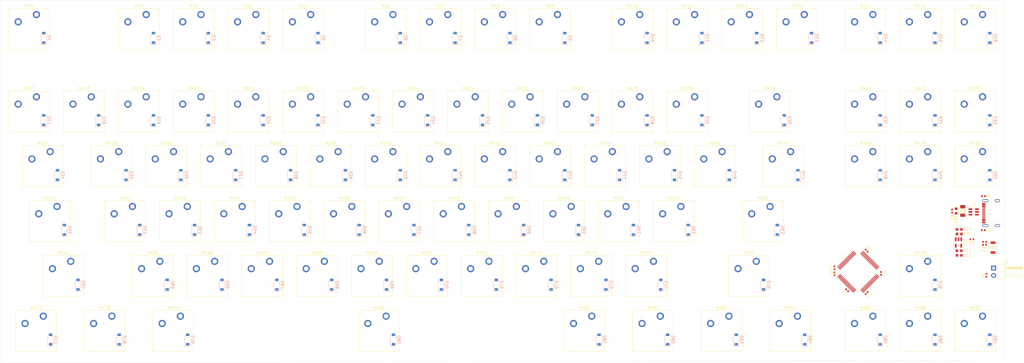
<source format=kicad_pcb>
(kicad_pcb (version 20240108) (generator "pcbnew") (generator_version "8.0")
  (layers (0 "F.Cu" signal) (1 "In1.Cu" signal) (2 "In2.Cu" signal) (31 "B.Cu" signal) (34 "B.Paste" user) (35 "F.Paste" user) (36 "B.SilkS" user "B.Silkscreen") (37 "F.SilkS" user "F.Silkscreen") (38 "B.Mask" user) (39 "F.Mask" user) (44 "Edge.Cuts" user))
  (net 0 "")
  (net 1 "+3V3")
  (net 2 "GND")
  (net 3 "Net-(D1-A)")
  (net 4 "NRST")
  (net 5 "Net-(D2-A)")
  (net 6 "COL1")
  (net 7 "ROW2")
  (net 8 "Net-(D3-A)")
  (net 9 "Net-(D4-A)")
  (net 10 "ROW3")
  (net 11 "ROW4")
  (net 12 "Net-(D5-A)")
  (net 13 "ROW5")
  (net 14 "Net-(D6-A)")
  (net 15 "ROW6")
  (net 16 "Net-(D7-A)")
  (net 17 "Net-(D8-A)")
  (net 18 "BOOT0")
  (net 19 "Net-(D9-A)")
  (net 20 "COL2")
  (net 21 "COL3")
  (net 22 "Net-(D10-A)")
  (net 23 "COL4")
  (net 24 "Net-(D11-A)")
  (net 25 "Net-(D12-A)")
  (net 26 "COL5")
  (net 27 "COL6")
  (net 28 "Net-(D13-A)")
  (net 29 "COL7")
  (net 30 "Net-(D14-A)")
  (net 31 "COL8")
  (net 32 "Net-(D15-A)")
  (net 33 "COL9")
  (net 34 "Net-(D16-A)")
  (net 35 "COL10")
  (net 36 "Net-(D17-A)")
  (net 37 "Net-(D18-A)")
  (net 38 "COL11")
  (net 39 "Net-(D19-A)")
  (net 40 "COL12")
  (net 41 "Net-(D20-A)")
  (net 42 "COL13")
  (net 43 "COL14")
  (net 44 "Net-(D21-A)")
  (net 45 "Net-(D22-A)")
  (net 46 "COL15")
  (net 47 "COL16")
  (net 48 "Net-(D23-A)")
  (net 49 "USB_P")
  (net 50 "Net-(D24-A)")
  (net 51 "SWCLK")
  (net 52 "Net-(D25-A)")
  (net 53 "Net-(D26-A)")
  (net 54 "USB_N")
  (net 55 "Net-(D27-A)")
  (net 56 "SWDIO")
  (net 57 "Net-(D28-A)")
  (net 58 "Net-(D29-A)")
  (net 59 "Net-(D30-A)")
  (net 60 "Net-(D31-A)")
  (net 61 "Net-(D32-A)")
  (net 62 "Net-(D33-A)")
  (net 63 "Net-(D34-A)")
  (net 64 "Net-(D35-A)")
  (net 65 "Net-(D36-A)")
  (net 66 "Net-(D37-A)")
  (net 67 "Net-(D38-A)")
  (net 68 "Net-(D39-A)")
  (net 69 "Net-(D40-A)")
  (net 70 "Net-(D41-A)")
  (net 71 "Net-(D42-A)")
  (net 72 "Net-(D43-A)")
  (net 73 "Net-(D44-A)")
  (net 74 "Net-(D45-A)")
  (net 75 "Net-(D46-A)")
  (net 76 "Net-(D47-A)")
  (net 77 "Net-(D48-A)")
  (net 78 "Net-(D49-A)")
  (net 79 "Net-(D50-A)")
  (net 80 "Net-(D51-A)")
  (net 81 "Net-(D52-A)")
  (net 82 "Net-(D53-A)")
  (net 83 "Net-(D54-A)")
  (net 84 "Net-(D55-A)")
  (net 85 "Net-(D56-A)")
  (net 86 "Net-(D57-A)")
  (net 87 "Net-(D58-A)")
  (net 88 "Net-(D59-A)")
  (net 89 "Net-(D60-A)")
  (net 90 "Net-(D61-A)")
  (net 91 "Net-(D62-A)")
  (net 92 "Net-(D63-A)")
  (net 93 "Net-(D64-A)")
  (net 94 "Net-(D65-A)")
  (net 95 "Net-(D66-A)")
  (net 96 "Net-(D67-A)")
  (net 97 "Net-(D68-A)")
  (net 98 "Net-(D69-A)")
  (net 99 "Net-(D70-A)")
  (net 100 "Net-(D71-A)")
  (net 101 "Net-(D72-A)")
  (net 102 "Net-(D73-A)")
  (net 103 "Net-(D74-A)")
  (net 104 "Net-(D75-A)")
  (net 105 "Net-(D76-A)")
  (net 106 "Net-(D77-A)")
  (net 107 "Net-(D78-A)")
  (net 108 "Net-(D79-A)")
  (net 109 "Net-(D80-A)")
  (net 110 "Net-(D81-A)")
  (net 111 "Net-(D82-A)")
  (net 112 "Net-(D83-A)")
  (net 113 "Net-(D84-A)")
  (net 114 "Net-(D85-A)")
  (net 115 "Net-(D86-A)")
  (net 116 "Net-(D87-A)")
  (net 166 "+5V")
  (net 167 "Net-(J1-CC1)")
  (net 168 "Net-(J1-CC2)")
  (net 169 "Net-(D88-K)")
  (net 170 "Net-(U3-CE)")
  (footprint "PCM_Switch_Keyboard_Cherry_MX:SW_Cherry_MX_PCB_1.00u" (layer "F.Cu") (at 344.5625 77.625)
    (property "Reference" "MX49")
    (property "Value" "End")
  )
  (footprint "PCM_Switch_Keyboard_Cherry_MX:SW_Cherry_MX_PCB_1.00u" (layer "F.Cu") (at 325.5125 58.575)
    (property "Reference" "MX31")
    (property "Value" "Insert")
  )
  (footprint "PCM_Switch_Keyboard_Cherry_MX:SW_Cherry_MX_PCB_1.00u" (layer "F.Cu") (at 192.1625 115.725)
    (property "Reference" "MX71")
    (property "Value" "M")
  )
  (footprint "PCM_Switch_Keyboard_Cherry_MX:SW_Cherry_MX_PCB_2.00u" (layer "F.Cu") (at 292.175 58.575)
    (property "Reference" "MX30")
    (property "Value" "Backspace")
  )
  (footprint "Capacitor_SMD:C_0603_1608Metric" (layer "F.Cu") (at 358.045 101.155 180)
    (property "Reference" "C9")
    (property "Value" "1u")
  )
  (footprint "PCM_Switch_Keyboard_Cherry_MX:SW_Cherry_MX_PCB_1.00u" (layer "F.Cu") (at 77.8625 115.725)
    (property "Reference" "MX65")
    (property "Value" "Z")
  )
  (footprint "Connector_USB:USB_C_Receptacle_GCT_USB4105-xx-A_16P_TopMnt_Horizontal" (layer "F.Cu") (at 370.25 93.9 90)
    (property "Reference" "J1")
    (property "Value" "USB_C_Receptacle_USB2.0_14P")
  )
  (footprint "Capacitor_SMD:C_0402_1005Metric" (layer "F.Cu") (at 314.7 114.98 90)
    (property "Reference" "C2")
    (property "Value" "100n")
  )
  (footprint "Capacitor_SMD:C_0402_1005Metric" (layer "F.Cu") (at 319.1 120.7 135)
    (property "Reference" "C4")
    (property "Value" "100n")
  )
  (footprint "Package_TO_SOT_SMD:SOT-23-5" (layer "F.Cu") (at 357.8 104.1 -90)
    (property "Reference" "U3")
    (property "Value" "XC6220B331MR")
  )
  (footprint "PCM_marbastlib-mx:STAB_MX_6.25u" (layer "F.Cu") (at 156.44375 134.775 180)
    (property "Reference" "REF**" (hide yes))
    (property "Value" "STAB_MX_6.25u")
  )
  (footprint "PCM_Switch_Keyboard_Cherry_MX:SW_Cherry_MX_PCB_1.75u" (layer "F.Cu") (at 42.14375 96.675)
    (property "Reference" "MX51")
    (property "Value" "CapsLock")
  )
  (footprint "Capacitor_SMD:C_0603_1608Metric" (layer "F.Cu") (at 358.045 108.555 180)
    (property "Reference" "C12")
    (property "Value" "100n")
  )
  (footprint "PCM_Switch_Keyboard_Cherry_MX:SW_Cherry_MX_PCB_1.00u" (layer "F.Cu") (at 82.625 77.625)
    (property "Reference" "MX36")
    (property "Value" "W")
  )
  (footprint "PCM_Switch_Keyboard_Cherry_MX:SW_Cherry_MX_PCB_1.00u" (layer "F.Cu") (at 363.6125 58.575)
    (property "Reference" "MX33")
    (property "Value" "PgUp")
  )
  (footprint "Resistor_SMD:R_0402_1005Metric" (layer "F.Cu") (at 367.5 115.5 90)
    (property "Reference" "R2")
    (property "Value" "10K")
  )
  (footprint "PCM_Switch_Keyboard_Cherry_MX:SW_Cherry_MX_PCB_1.00u" (layer "F.Cu") (at 273.125 77.625)
    (property "Reference" "MX46")
    (property "Value" "]")
  )
  (footprint "PCM_Switch_Keyboard_Cherry_MX:SW_Cherry_MX_PCB_1.00u" (layer "F.Cu") (at 39.7625 77.625)
    (property "Reference" "MX34")
    (property "Value" "Tab")
  )
  (footprint "PCM_Switch_Keyboard_Cherry_MX:SW_Cherry_MX_PCB_1.00u" (layer "F.Cu") (at 54.05 58.575)
    (property "Reference" "MX18")
    (property "Value" "1")
  )
  (footprint "PCM_Switch_Keyboard_Cherry_MX:SW_Cherry_MX_PCB_1.00u" (layer "F.Cu") (at 173.1125 115.725)
    (property "Reference" "MX70")
    (property "Value" "N")
  )
  (footprint "Resistor_SMD:R_0402_1005Metric" (layer "F.Cu") (at 362.445 102.955 180)
    (property "Reference" "R5")
    (property "Value" "10K")
  )
  (footprint "PCM_Switch_Keyboard_Cherry_MX:SW_Cherry_MX_PCB_1.50u" (layer "F.Cu") (at 296.9375 77.625)
    (property "Reference" "MX47")
    (property "Value" "\\")
  )
  (footprint "PCM_Switch_Keyboard_Cherry_MX:SW_Cherry_MX_PCB_1.00u" (layer "F.Cu") (at 263.6 58.575)
    (property "Reference" "MX29")
    (property "Value" "=")
  )
  (footprint "PCM_Switch_Keyboard_Cherry_MX:SW_Cherry_MX_PCB_1.00u" (layer "F.Cu") (at 206.45 58.575)
    (property "Reference" "MX26")
    (property "Value" "9")
  )
  (footprint "PCM_Switch_Keyboard_Cherry_MX:SW_Cherry_MX_PCB_1.00u" (layer "F.Cu") (at 244.55 58.575)
    (property "Reference" "MX28")
    (property "Value" "-")
  )
  (footprint "PCM_Switch_Keyboard_Cherry_MX:SW_Cherry_MX_PCB_1.25u" (layer "F.Cu") (at 227.88125 134.775)
    (property "Reference" "MX81")
    (property "Value" "AltR")
  )
  (footprint "PCM_Switch_Keyboard_Cherry_MX:SW_Cherry_MX_PCB_1.00u" (layer "F.Cu") (at 125.4875 96.675)
    (property "Reference" "MX55")
    (property "Value" "F")
  )
  (footprint "Capacitor_SMD:C_0402_1005Metric" (layer "F.Cu") (at 325.9 121.7 -135)
    (property "Reference" "C3")
    (property "Value" "100n")
  )
  (footprint "PCM_Switch_Keyboard_Cherry_MX:SW_Cherry_MX_PCB_2.25u" (layer "F.Cu") (at 46.90625 115.725)
    (property "Reference" "MX64")
    (property "Value" "Shift")
  )
  (footprint "PCM_Switch_Keyboard_Cherry_MX:SW_Cherry_MX_PCB_1.00u" (layer "F.Cu") (at 301.7 30)
    (property "Reference" "MX13")
    (property "Value" "F12")
  )
  (footprint "PCM_Switch_Keyboard_Cherry_MX:SW_Cherry_MX_PCB_1.00u" (layer "F.Cu") (at 92.15 30)
    (property "Reference" "MX3")
    (property "Value" "F2")
  )
  (footprint "Button_Switch_SMD:SW_SPST_B3U-1000P" (layer "F.Cu") (at 369.8 105.88 90)
    (property "Reference" "SW1")
    (property "Value" "RST")
  )
  (footprint "PCM_Switch_Keyboard_Cherry_MX:SW_Cherry_MX_PCB_1.00u" (layer "F.Cu") (at 130.25 58.575)
    (property "Reference" "MX22")
    (property "Value" "5")
  )
  (footprint "PCM_Switch_Keyboard_Cherry_MX:SW_Cherry_MX_PCB_1.00u" (layer "F.Cu") (at 344.5625 115.725)
    (property "Reference" "MX76")
    (property "Value" "ArrowUp")
  )
  (footprint "PCM_Switch_Keyboard_Cherry_MX:SW_Cherry_MX_PCB_1.00u" (layer "F.Cu") (at 325.5125 77.625)
    (property "Reference" "MX48")
    (property "Value" "Delete")
  )
  (footprint "PCM_Switch_Keyboard_Cherry_MX:SW_Cherry_MX_PCB_1.00u" (layer "F.Cu") (at 363.6125 134.775)
    (property "Reference" "MX87")
    (property "Value" "ArrowR")
  )
  (footprint "PCM_Switch_Keyboard_Cherry_MX:SW_Cherry_MX_PCB_2.75u" (layer "F.Cu") (at 285.03125 115.725)
    (property "Reference" "MX75")
    (property "Value" "ShiftR")
  )
  (footprint "PCM_Switch_Keyboard_Cherry_MX:SW_Cherry_MX_PCB_1.00u" (layer "F.Cu") (at 68.3375 96.675)
    (property "Reference" "MX52")
    (property "Value" "A")
  )
  (footprint "PCM_Switch_Keyboard_Cherry_MX:SW_Cherry_MX_PCB_1.00u" (layer "F.Cu") (at 154.0625 115.725)
    (property "Reference" "MX69")
    (property "Value" "B")
  )
  (footprint "PCM_Switch_Keyboard_Cherry_MX:SW_Cherry_MX_PCB_1.00u" (layer "F.Cu") (at 63.575 77.625)
    (property "Reference" "MX35")
    (property "Value" "Q")
  )
  (footprint "PCM_Switch_Keyboard_Cherry_MX:SW_Cherry_MX_PCB_1.00u" (layer "F.Cu") (at 196.925 30)
    (property "Reference" "MX8")
    (property "Value" "F7")
  )
  (footprint "PCM_Switch_Keyboard_Cherry_MX:SW_Cherry_MX_PCB_1.00u" (layer "F.Cu") (at 344.5625 58.575)
    (property "Reference" "MX32")
    (property "Value" "Home")
  )
  (footprint "PCM_Switch_Keyboard_Cherry_MX:SW_Cherry_MX_PCB_1.00u" (layer "F.Cu") (at 139.775 77.625)
    (property "Reference" "MX39")
    (property "Value" "T")
  )
  (footprint "Capacitor_SMD:C_1206_3216Metric" (layer "F.Cu") (at 359.28 93.145001 90)
    (property "Reference" "C8")
    (property "Value" "10u")
  )
  (footprint "PCM_Switch_Keyboard_Cherry_MX:SW_Cherry_MX_PCB_1.00u" (layer "F.Cu") (at 344.5625 30)
    (property "Reference" "MX15")
    (property "Value" "ScrollLOCK")
  )
  (footprint "Capacitor_SMD:C_0402_1005Metric" (layer "F.Cu") (at 330.9 114.82 90)
    (property "Reference" "C6")
    (property "Value" "100n")
  )
  (footprint "Resistor_SMD:R_0402_1005Metric" (layer "F.Cu") (at 355.58 93.17 90)
    (property "Reference" "R6")
    (property "Value" "510R")
  )
  (footprint "PCM_Switch_Keyboard_Cherry_MX:SW_Cherry_MX_PCB_1.00u" (layer "F.Cu") (at 158.825 77.625)
    (property "Reference" "MX40")
    (property "Value" "Y")
  )
  (footprint "PCM_Switch_Keyboard_Cherry_MX:SW_Cherry_MX_PCB_6.25u" (layer "F.Cu") (at 156.44375 134.775)
    (property "Reference" "MX80")
    (property "Value" "Space")
  )
  (footprint "Capacitor_SMD:C_0402_1005Metric" (layer "F.Cu") (at 367.4 104.38 -90)
    (property "Reference" "C7")
    (property "Value" "100n")
  )
  (footprint "PCM_Switch_Keyboard_Cherry_MX:SW_Cherry_MX_PCB_1.00u" (layer "F.Cu") (at 149.3 58.575)
    (property "Reference" "MX23")
    (property "Value" "6")
  )
  (footprint "PCM_Switch_Keyboard_Cherry_MX:SW_Cherry_MX_PCB_1.00u" (layer "F.Cu") (at 215.975 30)
    (property "Reference" "MX9")
    (property "Value" "F8")
  )
  (footprint "PCM_Switch_Keyboard_Cherry_MX:SW_Cherry_MX_PCB_1.00u" (layer "F.Cu") (at 211.2125 115.725)
    (property "Reference" "MX72")
    (property "Value" ",")
  )
  (footprint "PCM_Switch_Keyboard_Cherry_MX:SW_Cherry_MX_PCB_1.00u" (layer "F.Cu") (at 325.5125 30)
    (property "Reference" "MX14")
    (property "Value" "PRNSC")
  )
  (footprint "PCM_marbastlib-mx:STAB_MX_2.75u" (layer "F.Cu") (at 285.03125 115.725 180)
    (property "Reference" "REF**" (hide yes))
    (property "Value" "STAB_MX_2.75u")
  )
  (footprint "PCM_Switch_Keyboard_Cherry_MX:SW_Cherry_MX_PCB_1.00u" (layer "F.Cu") (at 258.8375 96.675)
    (property "Reference" "MX62")
    (property "Value" "''")
  )
  (footprint "PCM_Switch_Keyboard_Cherry_MX:SW_Cherry_MX_PCB_1.00u" (layer "F.Cu") (at 92.15 58.575)
    (property "Reference" "MX20")
    (property "Value" "3")
  )
  (footprint "PCM_Switch_Keyboard_Cherry_MX:SW_Cherry_MX_PCB_1.00u" (layer "F.Cu") (at 177.875 30)
    (property "Reference" "MX7")
    (property "Value" "F6")
  )
  (footprint "PCM_Switch_Keyboard_Cherry_MX:SW_Cherry_MX_PCB_1.00u" (layer "F.Cu") (at 201.6875 96.675)
    (property "Reference" "MX59")
    (property "Value" "K")
  )
  (footprint "PCM_Switch_Keyboard_Cherry_MX:SW_Cherry_MX_PCB_1.25u" (layer "F.Cu") (at 37.38125 134.775)
    (property "Reference" "MX77")
    (property "Value" "CtrlL")
  )
  (footprint "PCM_Switch_Keyboard_Cherry_MX:SW_Cherry_MX_PCB_1.00u" (layer "F.Cu") (at 282.65 30)
    (property "Reference" "MX12")
    (property "Value" "F11")
  )
  (footprint "Resistor_SMD:R_0402_1005Metric" (layer "F.Cu") (at 366.45 88 180)
    (property "Reference" "R4")
    (property "Value" "5K1")
  )
  (footprint "Resistor_SMD:R_0402_1005Metric" (layer "F.Cu") (at 366.3 104.38 -90)
    (property "Reference" "R1")
    (property "Value" "10K")
  )
  (footprint "PCM_Switch_Keyboard_Cherry_MX:SW_Cherry_MX_PCB_1.00u" (layer "F.Cu") (at 120.725 77.625)
    (property "Reference" "MX38")
    (property "Value" "R")
  )
  (footprint "PCM_Switch_Keyboard_Cherry_MX:SW_Cherry_MX_PCB_1.00u" (layer "F.Cu") (at 168.35 58.575)
    (property "Reference" "MX24")
    (property "Value" "7")
  )
  (footprint "PCM_Switch_Keyboard_Cherry_MX:SW_Cherry_MX_PCB_1.25u" (layer "F.Cu") (at 61.19375 134.775)
    (property "Reference" "MX78")
    (property "Value" "WinL")
  )
  (footprint "Capacitor_SMD:C_0402_1005Metric" (layer "F.Cu") (at 325.9 106.9 -45)
    (property "Reference" "C5")
    (property "Value" "100n")
  )
  (footprint "PCM_Switch_Keyboard_Cherry_MX:SW_Cherry_MX_PCB_1.00u" (layer "F.Cu") (at 254.075 77.625)
    (property "Reference" "MX45")
    (property "Value" "[")
  )
  (footprint "PCM_Switch_Keyboard_Cherry_MX:SW_Cherry_MX_PCB_1.00u" (layer "F.Cu") (at 244.55 30)
    (property "Reference" "MX10")
    (property "Value" "F9")
  )
  (footprint "PCM_Switch_Keyboard_Cherry_MX:SW_Cherry_MX_PCB_1.25u" (layer "F.Cu") (at 85.00625 134.775)
    (property "Reference" "MX79")
    (property "Value" "AltL")
  )
  (footprint "PCM_Switch_Keyboard_Cherry_MX:SW_Cherry_MX_PCB_1.25u" (layer "F.Cu") (at 251.69375 134.775)
    (property "Reference" "MX82")
    (property "Value" "WinR")
  )
  (footprint "PCM_Switch_Keyboard_Cherry_MX:SW_Cherry_MX_PCB_1.00u" (layer "F.Cu") (at 35 30)
    (property "Reference" "MX1")
    (property "Value" "ESC")
  )
  (footprint "PCM_Switch_Keyboard_Cherry_MX:SW_Cherry_MX_PCB_1.00u" (layer "F.Cu") (at 230.2625 115.725)
    (property "Reference" "MX73")
    (property "Value" ".")
  )
  (footprint "PCM_Switch_Keyboard_Cherry_MX:SW_Cherry_MX_PCB_1.00u" (layer "F.Cu") (at 325.5125 134.775)
    (property "Reference" "MX85")
    (property "Value" "ArrowL")
  )
  (footprint "PCM_Switch_Keyboard_Cherry_MX:SW_Cherry_MX_PCB_1.00u" (layer "F.Cu") (at 177.875 77.625)
    (property "Reference" "MX41")
    (property "Value" "U")
  )
  (footprint "PCM_Switch_Keyboard_Cherry_MX:SW_Cherry_MX_PCB_1.00u" (layer "F.Cu") (at 115.9625 115.725)
    (property "Reference" "MX67")
    (property "Value" "C")
  )
  (footprint "PCM_Switch_Keyboard_Cherry_MX:SW_Cherry_MX_PCB_1.00u" (layer "F.Cu") (at 220.7375 96.675)
    (property "Reference" "MX60")
    (property "Value" "L")
  )
  (footprint "PCM_Switch_Keyboard_Cherry_MX:SW_Cherry_MX_PCB_1.00u" (layer "F.Cu") (at 73.1 58.575)
    (property "Reference" "MX19")
    (property "Value" "2")
  )
  (footprint "Capacitor_SMD:C_0402_1005Metric" (layer "F.Cu") (at 314.7 112.9 -90)
    (property "Reference" "C1")
    (property "Value" "100n")
  )
  (footprint "PCM_Switch_Keyboard_Cherry_MX:SW_Cherry_MX_PCB_1.25u" (layer "F.Cu") (at 299.31875 134.775)
    (property "Reference" "MX84")
    (property "Value" "CtrlR")
  )
  (footprint "PCM_Switch_Keyboard_Cherry_MX:SW_Cherry_MX_PCB_1.00u" (layer "F.Cu") (at 239.7875 96.675)
    (property "Reference" "MX61")
    (property "Value" ";")
  )
  (footprint "PCM_Switch_Keyboard_Cherry_MX:SW_Cherry_MX_PCB_1.00u" (layer "F.Cu") (at 344.5625 134.775)
    (property "Reference" "MX86")
    (property "Value" "ArrowDn")
  )
  (footprint "PCM_Switch_Keyboard_Cherry_MX:SW_Cherry_MX_PCB_1.00u" (layer "F.Cu") (at 111.2 30)
    (property "Reference" "MX4")
    (property "Value" "F3")
  )
  (footprint "PCM_Switch_Keyboard_Cherry_MX:SW_Cherry_MX_PCB_1.00u" (layer "F.Cu") (at 363.6125 30)
    (property "Reference" "MX16")
    (property "Value" "Pause")
  )
  (footprint "PCM_Switch_Keyboard_Cherry_MX:SW_Cherry_MX_PCB_1.00u" (layer "F.Cu") (at 111.2 58.575)
    (property "Reference" "MX21")
    (property "Value" "4")
  )
  (footprint "PCM_Switch_Keyboard_Cherry_MX:SW_Cherry_MX_PCB_1.00u" (layer "F.Cu") (at 35 58.575)
    (property "Reference" "MX17")
    (property "Value" "`")
  )
  (footprint "PCM_Switch_Keyboard_Cherry_MX:SW_Cherry_MX_PCB_1.00u" (layer "F.Cu") (at 249.3125 115.725)
    (property "Reference" "MX74")
    (property "Value" "/")
  )
  (footprint "Capacitor_SMD:C_0603_1608Metric" (layer "F.Cu") (at 358.02 106.955 180)
    (property "Reference" "C11")
    (property "Value" "10u")
  )
  (footprint "LED_SMD:LED_0603_1608Metric" (layer "F.Cu") (at 356.98 93.17 -90)
    (property "Reference" "D88")
    (property "Value" "RED")
  )
  (footprint "PCM_marbastlib-mx:STAB_MX_2.25u" (layer "F.Cu") (at 46.90625 115.725 180)
    (property "Reference" "REF**" (hide yes))
    (property "Value" "STAB_MX_2.25u")
  )
  (footprint "PCM_Switch_Keyboard_Cherry_MX:SW_Cherry_MX_PCB_1.00u" (layer "F.Cu") (at 225.5 58.575)
    (property "Reference" "MX27")
    (property "Value" "0")
  )
  (footprint "PCM_Switch_Keyboard_Cherry_MX:SW_Cherry_MX_PCB_1.25u" (layer "F.Cu") (at 275.50625 134.775)
    (property "Reference" "MX83")
    (property "Value" "Menu")
  )
  (footprint "PCM_Switch_Keyboard_Cherry_MX:SW_Cherry_MX_PCB_1.00u" (layer "F.Cu") (at 144.5375 96.675)
    (property "Reference" "MX56")
    (property "Value" "G")
  )
  (footprint "PCM_Switch_Keyboard_Cherry_MX:SW_Cherry_MX_PCB_1.00u" (layer "F.Cu") (at 363.6125 77.625)
    (property "Reference" "MX50")
    (property "Value" "PgDn")
  )
  (footprint "PCM_Switch_Keyboard_Cherry_MX:SW_Cherry_MX_PCB_1.00u" (layer "F.Cu") (at 106.4375 96.675)
    (property "Reference" "MX54")
    (property "Value" "D")
  )
  (footprint "PCM_Switch_Keyboard_Cherry_MX:SW_Cherry_MX_PCB_1.00u" (layer "F.Cu") (at 101.675 77.625)
    (property "Reference" "MX37")
    (property "Value" "E")
  )
  (footprint "Connector_PinHeader_2.54mm:PinHeader_1x02_P2.54mm_Horizontal" (layer "F.Cu") (at 370 113)
    (property "Reference" "J2")
    (property "Value" "BOOT")
  )
  (footprint "PCM_Switch_Keyboard_Cherry_MX:SW_Cherry_MX_PCB_1.00u" (layer "F.Cu") (at 87.3875 96.675)
    (property "Reference" "MX53")
    (property "Value" "S")
  )
  (footprint "Package_QFP:LQFP-64_10x10mm_P0.5mm" (layer "F.Cu") (at 323 114.3 45)
    (property "Reference" "U1")
    (property "Value" "STM32F072RBTx")
  )
  (footprint "PCM_Switch_Keyboard_Cherry_MX:SW_Cherry_MX_PCB_1.00u" (layer "F.Cu") (at 73.1 30)
    (property "Reference" "MX2")
    (property "Value" "F1")
  )
  (footprint "PCM_Switch_Keyboard_Cherry_MX:SW_Cherry_MX_PCB_1.00u" (layer "F.Cu") (at 196.925 77.625)
    (property "Reference" "MX42")
    (property "Value" "I")
  )
  (footprint "PCM_Switch_Keyboard_Cherry_MX:SW_Cherry_MX_PCB_1.00u" (layer "F.Cu") (at 158.825 30)
    (property "Reference" "MX6")
    (property "Value" "F5")
  )
  (footprint "Package_TO_SOT_SMD:SOT-23-6" (layer "F.Cu") (at 363.08 93.47)
    (property "Reference" "U2")
    (property "Value" "USBLC6-2SC6")
  )
  (footprint "PCM_Switch_Keyboard_Cherry_MX:SW_Cherry_MX_PCB_2.25u" (layer "F.Cu") (at 289.79375 96.675)
    (property "Reference" "MX63")
    (property "Value" "Enter")
  )
  (footprint "PCM_Switch_Keyboard_Cherry_MX:SW_Cherry_MX_PCB_1.00u" (layer "F.Cu") (at 235.025 77.625)
    (property "Reference" "MX44")
    (property "Value" "P")
  )
  (footprint "PCM_Switch_Keyboard_Cherry_MX:SW_Cherry_MX_PCB_1.00u" (layer "F.Cu") (at 135.0125 115.725)
    (property "Reference" "MX68")
    (property "Value" "V")
  )
  (footprint "PCM_Switch_Keyboard_Cherry_MX:SW_Cherry_MX_PCB_1.00u" (layer "F.Cu") (at 263.6 30)
    (property "Reference" "MX11")
    (property "Value" "F10")
  )
  (footprint "PCM_Switch_Keyboard_Cherry_MX:SW_Cherry_MX_PCB_1.00u" (layer "F.Cu") (at 163.5875 96.675)
    (property "Reference" "MX57")
    (property "Value" "H")
  )
  (footprint "PCM_Switch_Keyboard_Cherry_MX:SW_Cherry_MX_PCB_1.00u" (layer "F.Cu") (at 187.4 58.575)
    (property "Reference" "MX25")
    (property "Value" "8")
  )
  (footprint "PCM_Switch_Keyboard_Cherry_MX:SW_Cherry_MX_PCB_1.00u" (layer "F.Cu") (at 130.25 30)
    (property "Reference" "MX5")
    (property "Value" "F4")
  )
  (footprint "PCM_Switch_Keyboard_Cherry_MX:SW_Cherry_MX_PCB_1.00u" (layer "F.Cu") (at 215.975 77.625)
    (property "Reference" "MX43")
    (property "Value" "O")
  )
  (footprint "Resistor_SMD:R_0402_1005Metric" (layer "F.Cu") (at 366.4 99.8 180)
    (property "Reference" "R3")
    (property "Value" "5K1")
  )
  (footprint "PCM_Switch_Keyboard_Cherry_MX:SW_Cherry_MX_PCB_1.00u" (layer "F.Cu") (at 182.6375 96.675)
    (property "Reference" "MX58")
    (property "Value" "J")
  )
  (footprint "Capacitor_SMD:C_0603_1608Metric" (layer "F.Cu") (at 358.045 99.555 180)
    (property "Reference" "C10")
    (property "Value" "10n")
  )
  (footprint "PCM_Switch_Keyboard_Cherry_MX:SW_Cherry_MX_PCB_1.00u" (layer "F.Cu") (at 96.9125 115.725)
    (property "Reference" "MX66")
    (property "Value" "X")
  )
  (footprint "Diode_SMD:D_SOD-123" (layer "B.Cu") (at 159.1425 118.755 90)
    (property "Reference" "D69")
    (property "Value" "1n4148")
  )
  (footprint "Diode_SMD:D_SOD-123" (layer "B.Cu") (at 268.68 33.03 90)
    (property "Reference" "D11")
    (property "Value" "1n4148")
  )
  (footprint "Diode_SMD:D_SOD-123" (layer "B.Cu") (at 330.5925 33.03 90)
    (property "Reference" "D14")
    (property "Value" "1n4148")
  )
  (footprint "Diode_SMD:D_SOD-123" (layer "B.Cu") (at 140.0925 118.755 90)
    (property "Reference" "D68")
    (property "Value" "1n4148")
  )
  (footprint "Diode_SMD:D_SOD-123" (layer "B.Cu") (at 297.255 61.605 90)
    (property "Reference" "D30")
    (property "Value" "1n4148")
  )
  (footprint "Diode_SMD:D_SOD-123" (layer "B.Cu") (at 144.855 80.655 90)
    (property "Reference" "D39")
    (property "Value" "1n4148")
  )
  (footprint "Diode_SMD:D_SOD-123" (layer "B.Cu") (at 73.4175 99.705 90)
    (property "Reference" "D52")
    (property "Value" "1n4148")
  )
  (footprint "Diode_SMD:D_SOD-123" (layer "B.Cu") (at 192.48 61.605 90)
    (property "Reference" "D25")
    (property "Value" "1n4148")
  )
  (footprint "Diode_SMD:D_SOD-123" (layer "B.Cu") (at 97.23 61.605 90)
    (property "Reference" "D20")
    (property "Value" "1n4148")
  )
  (footprint "Diode_SMD:D_SOD-123" (layer "B.Cu") (at 349.6425 80.655 90)
    (property "Reference" "D49")
    (property "Value" "1n4148")
  )
  (footprint "Diode_SMD:D_SOD-123" (layer "B.Cu") (at 121.0425 118.755 90)
    (property "Reference" "D67")
    (property "Value" "1n4148")
  )
  (footprint "Diode_SMD:D_SOD-123" (layer "B.Cu") (at 240.105 80.655 90)
    (property "Reference" "D44")
    (property "Value" "1n4148")
  )
  (footprint "Diode_SMD:D_SOD-123" (layer "B.Cu") (at 130.5675 99.705 90)
    (property "Reference" "D55")
    (property "Value" "1n4148")
  )
  (footprint "Diode_SMD:D_SOD-123" (layer "B.Cu") (at 232.96125 137.805 90)
    (property "Reference" "D81")
    (property "Value" "1n4148")
  )
  (footprint "Diode_SMD:D_SOD-123" (layer "B.Cu") (at 173.43 61.605 90)
    (property "Reference" "D24")
    (property "Value" "1n4148")
  )
  (footprint "Diode_SMD:D_SOD-123" (layer "B.Cu") (at 163.905 80.655 90)
    (property "Reference" "D40")
    (property "Value" "1n4148")
  )
  (footprint "Diode_SMD:D_SOD-123" (layer "B.Cu") (at 368.6925 33.03 90)
    (property "Reference" "D16")
    (property "Value" "1n4148")
  )
  (footprint "Diode_SMD:D_SOD-123" (layer "B.Cu") (at 249.63 61.605 90)
    (property "Reference" "D28")
    (property "Value" "1n4148")
  )
  (footprint "Diode_SMD:D_SOD-123" (layer "B.Cu") (at 244.8675 99.705 90)
    (property "Reference" "D61")
    (property "Value" "1n4148")
  )
  (footprint "Diode_SMD:D_SOD-123" (layer "B.Cu") (at 87.705 80.655 90)
    (property "Reference" "D36")
    (property "Value" "1n4148")
  )
  (footprint "Diode_SMD:D_SOD-123" (layer "B.Cu") (at 290.11125 118.755 90)
    (property "Reference" "D75")
    (property "Value" "1n4148")
  )
  (footprint "Diode_SMD:D_SOD-123" (layer "B.Cu") (at 97.23 33.03 90)
    (property "Reference" "D3")
    (property "Value" "1n4148")
  )
  (footprint "Diode_SMD:D_SOD-123" (layer "B.Cu") (at 44.8425 80.655 90)
    (property "Reference" "D34")
    (property "Value" "1n4148")
  )
  (footprint "Diode_SMD:D_SOD-123" (layer "B.Cu") (at 202.005 80.655 90)
    (property "Reference" "D42")
    (property "Value" "1n4148")
  )
  (footprint "Diode_SMD:D_SOD-123" (layer "B.Cu") (at 256.77375 137.805 90)
    (property "Reference" "D82")
    (property "Value" "1n4148")
  )
  (footprint "Diode_SMD:D_SOD-123" (layer "B.Cu") (at 161.52375 137.805 90)
    (property "Reference" "D80")
    (property "Value" "1n4148")
  )
  (footprint "Diode_SMD:D_SOD-123" (layer "B.Cu") (at 349.6425 61.605 90)
    (property "Reference" "D32")
    (property "Value" "1n4148")
  )
  (footprint "Diode_SMD:D_SOD-123" (layer "B.Cu") (at 78.18 61.605 90)
    (property "Reference" "D19")
    (property "Value" "1n4148")
  )
  (footprint "Diode_SMD:D_SOD-123" (layer "B.Cu") (at 82.9425 118.755 90)
    (property "Reference" "D65")
    (property "Value" "1n4148")
  )
  (footprint "Diode_SMD:D_SOD-123" (layer "B.Cu") (at 149.6175 99.705 90)
    (property "Reference" "D56")
    (property "Value" "1n4148")
  )
  (footprint "Diode_SMD:D_SOD-123" (layer "B.Cu") (at 349.6425 33.03 90)
    (property "Reference" "D15")
    (property "Value" "1n4148")
  )
  (footprint "Diode_SMD:D_SOD-123" (layer "B.Cu") (at 263.9175 99.705 90)
    (property "Reference" "D62")
    (property "Value" "1n4148")
  )
  (footprint "Diode_SMD:D_SOD-123" (layer "B.Cu") (at 47.22375 99.705 90)
    (property "Reference" "D51")
    (property "Value" "1n4148")
  )
  (footprint "Diode_SMD:D_SOD-123" (layer "B.Cu") (at 235.3425 118.755 90)
    (property "Reference" "D73")
    (property "Value" "1n4148")
  )
  (footprint "Diode_SMD:D_SOD-123" (layer "B.Cu") (at 287.73 33.03 90)
    (property "Reference" "D12")
    (property "Value" "1n4148")
  )
  (footprint "Diode_SMD:D_SOD-123" (layer "B.Cu") (at 306.78 33.03 90)
    (property "Reference" "D13")
    (property "Value" "1n4148")
  )
  (footprint "Diode_SMD:D_SOD-123" (layer "B.Cu") (at 135.33 61.605 90)
    (property "Reference" "D22")
    (property "Value" "1n4148")
  )
  (footprint "Diode_SMD:D_SOD-123" (layer "B.Cu") (at 197.2425 118.755 90)
    (property "Reference" "D71")
    (property "Value" "1n4148")
  )
  (footprint "Diode_SMD:D_SOD-123" (layer "B.Cu") (at 249.63 33.03 90)
    (property "Reference" "D10")
    (property "Value" "1n4148")
  )
  (footprint "Diode_SMD:D_SOD-123" (layer "B.Cu") (at 330.5925 137.805 90)
    (property "Reference" "D85")
    (property "Value" "1n4148")
  )
  (footprint "Diode_SMD:D_SOD-123" (layer "B.Cu") (at 368.6925 61.605 90)
    (property "Reference" "D33")
    (property "Value" "1n4148")
  )
  (footprint "Diode_SMD:D_SOD-123" (layer "B.Cu") (at 278.205 80.655 90)
    (property "Reference" "D46")
    (property "Value" "1n4148")
  )
  (footprint "Diode_SMD:D_SOD-123" (layer "B.Cu") (at 211.53 61.605 90)
    (property "Reference" "D26")
    (property "Value" "1n4148")
  )
  (footprint "Diode_SMD:D_SOD-123" (layer "B.Cu") (at 259.155 80.655 90)
    (property "Reference" "D45")
    (property "Value" "1n4148")
  )
  (footprint "Diode_SMD:D_SOD-123" (layer "B.Cu") (at 202.005 33.03 90)
    (property "Reference" "D8")
    (property "Value" "1n4148")
  )
  (footprint "Diode_SMD:D_SOD-123" (layer "B.Cu") (at 163.905 33.03 90)
    (property "Reference" "D6")
    (property "Value" "1n4148")
  )
  (footprint "Diode_SMD:D_SOD-123" (layer "B.Cu") (at 216.2925 118.755 90)
    (property "Reference" "D72")
    (property "Value" "1n4148")
  )
  (footprint "Diode_SMD:D_SOD-123" (layer "B.Cu") (at 302.0175 80.655 90)
    (property "Reference" "D47")
    (property "Value" "1n4148")
  )
  (footprint "Diode_SMD:D_SOD-123" (layer "B.Cu") (at 349.6425 137.805 90)
    (property "Reference" "D86")
    (property "Value" "1n4148")
  )
  (footprint "Diode_SMD:D_SOD-123" (layer "B.Cu") (at 187.7175 99.705 90)
    (property "Reference" "D58")
    (property "Value" "1n4148")
  )
  (footprint "Diode_SMD:D_SOD-123" (layer "B.Cu") (at 368.6925 137.805 90)
    (property "Reference" "D87")
    (property "Value" "1n4148")
  )
  (footprint "Diode_SMD:D_SOD-123" (layer "B.Cu") (at 154.38 61.605 90)
    (property "Reference" "D23")
    (property "Value" "1n4148")
  )
  (footprint "Diode_SMD:D_SOD-123" (layer "B.Cu") (at 106.755 80.655 90)
    (property "Reference" "D37")
    (property "Value" "1n4148")
  )
  (footprint "Diode_SMD:D_SOD-123" (layer "B.Cu") (at 182.955 33.03 90)
    (property "Reference" "D7")
    (property "Value" "1n4148")
  )
  (footprint "Diode_SMD:D_SOD-123" (layer "B.Cu") (at 40.08 61.605 90)
    (property "Reference" "D17")
    (property "Value" "1n4148")
  )
  (footprint "Diode_SMD:D_SOD-123" (layer "B.Cu") (at 116.28 33.03 90)
    (property "Reference" "D4")
    (property "Value" "1n4148")
  )
  (footprint "Diode_SMD:D_SOD-123" (layer "B.Cu") (at 268.68 61.605 90)
    (property "Reference" "D29")
    (property "Value" "1n4148")
  )
  (footprint "Diode_SMD:D_SOD-123" (layer "B.Cu") (at 304.39875 137.805 90)
    (property "Reference" "D84")
    (property "Value" "1n4148")
  )
  (footprint "Diode_SMD:D_SOD-123" (layer "B.Cu") (at 294.87375 99.705 90)
    (property "Reference" "D63")
    (property "Value" "1n4148")
  )
  (footprint "Diode_SMD:D_SOD-123" (layer "B.Cu") (at 225.8175 99.705 90)
    (property "Reference" "D60")
    (property "Value" "1n4148")
  )
  (footprint "Diode_SMD:D_SOD-123" (layer "B.Cu") (at 178.1925 118.755 90)
    (property "Reference" "D70")
    (property "Value" "1n4148")
  )
  (footprint "Diode_SMD:D_SOD-123" (layer "B.Cu") (at 168.6675 99.705 90)
    (property "Reference" "D57")
    (property "Value" "1n4148")
  )
  (footprint "Diode_SMD:D_SOD-123" (layer "B.Cu") (at 111.5175 99.705 90)
    (property "Reference" "D54")
    (property "Value" "1n4148")
  )
  (footprint "Diode_SMD:D_SOD-123" (layer "B.Cu") (at 182.955 80.655 90)
    (property "Reference" "D41")
    (property "Value" "1n4148")
  )
  (footprint "Diode_SMD:D_SOD-123" (layer "B.Cu") (at 78.18 33.03 90)
    (property "Reference" "D2")
    (property "Value" "1n4148")
  )
  (footprint "Diode_SMD:D_SOD-123" (layer "B.Cu") (at 42.46125 137.805 90)
    (property "Reference" "D77")
    (property "Value" "1n4148")
  )
  (footprint "Diode_SMD:D_SOD-123" (layer "B.Cu") (at 40.08 33.03 90)
    (property "Reference" "D1")
    (property "Value" "1n4148")
  )
  (footprint "Diode_SMD:D_SOD-123" (layer "B.Cu") (at 116.28 61.605 90)
    (property "Reference" "D21")
    (property "Value" "1n4148")
  )
  (footprint "Diode_SMD:D_SOD-123" (layer "B.Cu") (at 68.655 80.655 90)
    (property "Reference" "D35")
    (property "Value" "1n4148")
  )
  (footprint "Diode_SMD:D_SOD-123" (layer "B.Cu") (at 221.055 80.655 90)
    (property "Reference" "D43")
    (property "Value" "1n4148")
  )
  (footprint "Diode_SMD:D_SOD-123" (layer "B.Cu") (at 90.08625 137.805 90)
    (property "Reference" "D79")
    (property "Value" "1n4148")
  )
  (footprint "Diode_SMD:D_SOD-123" (layer "B.Cu") (at 59.13 61.605 90)
    (property "Reference" "D18")
    (property "Value" "1n4148")
  )
  (footprint "Diode_SMD:D_SOD-123" (layer "B.Cu") (at 66.27375 137.805 90)
    (property "Reference" "D78")
    (property "Value" "1n4148")
  )
  (footprint "Diode_SMD:D_SOD-123" (layer "B.Cu") (at 330.5925 61.605 90)
    (property "Reference" "D31")
    (property "Value" "1n4148")
  )
  (footprint "Diode_SMD:D_SOD-123" (layer "B.Cu") (at 280.58625 137.805 90)
    (property "Reference" "D83")
    (property "Value" "1n4148")
  )
  (footprint "Diode_SMD:D_SOD-123" (layer "B.Cu") (at 51.98625 118.755 90)
    (property "Reference" "D64")
    (property "Value" "1n4148")
  )
  (footprint "Diode_SMD:D_SOD-123" (layer "B.Cu") (at 135.33 33.03 90)
    (property "Reference" "D5")
    (property "Value" "1n4148")
  )
  (footprint "Diode_SMD:D_SOD-123" (layer "B.Cu") (at 125.805 80.655 90)
    (property "Reference" "D38")
    (property "Value" "1n4148")
  )
  (footprint "Diode_SMD:D_SOD-123" (layer "B.Cu") (at 230.58 61.605 90)
    (property "Reference" "D27")
    (property "Value" "1n4148")
  )
  (footprint "Diode_SMD:D_SOD-123" (layer "B.Cu") (at 349.6425 118.755 90)
    (property "Reference" "D76")
    (property "Value" "1n4148")
  )
  (footprint "Diode_SMD:D_SOD-123" (layer "B.Cu") (at 221.055 33.03 90)
    (property "Reference" "D9")
    (property "Value" "1n4148")
  )
  (footprint "Diode_SMD:D_SOD-123" (layer "B.Cu") (at 206.7675 99.705 90)
    (property "Reference" "D59")
    (property "Value" "1n4148")
  )
  (footprint "Diode_SMD:D_SOD-123" (layer "B.Cu") (at 101.9925 118.755 90)
    (property "Reference" "D66")
    (property "Value" "1n4148")
  )
  (footprint "Diode_SMD:D_SOD-123" (layer "B.Cu") (at 330.5925 80.655 90)
    (property "Reference" "D48")
    (property "Value" "1n4148")
  )
  (footprint "Diode_SMD:D_SOD-123" (layer "B.Cu") (at 92.4675 99.705 90)
    (property "Reference" "D53")
    (property "Value" "1n4148")
  )
  (footprint "Diode_SMD:D_SOD-123" (layer "B.Cu") (at 254.3925 118.755 90)
    (property "Reference" "D74")
    (property "Value" "1n4148")
  )
  (footprint "Diode_SMD:D_SOD-123" (layer "B.Cu") (at 368.6925 80.655 90)
    (property "Reference" "D50")
    (property "Value" "1n4148")
  )
  (gr_line (start 24.9 19.9) (end 24.9 145.9) (stroke (width 0.05)) (layer "Edge.Cuts"))
  (gr_line (start 24.9 19.9) (end 373.9 19.9) (stroke (width 0.05)) (layer "Edge.Cuts"))
  (gr_line (start 373.9 19.9) (end 373.9 144.9) (stroke (width 0.05)) (layer "Edge.Cuts"))
  (gr_line (start 373.9 144.9) (end 24.9 145.9) (stroke (width 0.05)) (layer "Edge.Cuts"))
)
</source>
